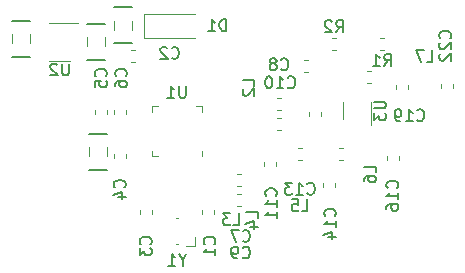
<source format=gbr>
%TF.GenerationSoftware,KiCad,Pcbnew,6.0.10+dfsg-1~bpo11+1*%
%TF.CreationDate,2023-02-14T08:26:49+00:00*%
%TF.ProjectId,ISM02B,49534d30-3242-42e6-9b69-6361645f7063,REV*%
%TF.SameCoordinates,Original*%
%TF.FileFunction,Legend,Bot*%
%TF.FilePolarity,Positive*%
%FSLAX46Y46*%
G04 Gerber Fmt 4.6, Leading zero omitted, Abs format (unit mm)*
G04 Created by KiCad (PCBNEW 6.0.10+dfsg-1~bpo11+1) date 2023-02-14 08:26:49*
%MOMM*%
%LPD*%
G01*
G04 APERTURE LIST*
%ADD10C,0.150000*%
%ADD11C,0.120000*%
G04 APERTURE END LIST*
D10*
%TO.C,C19*%
X170187857Y-116689142D02*
X170235476Y-116736761D01*
X170378333Y-116784380D01*
X170473571Y-116784380D01*
X170616428Y-116736761D01*
X170711666Y-116641523D01*
X170759285Y-116546285D01*
X170806904Y-116355809D01*
X170806904Y-116212952D01*
X170759285Y-116022476D01*
X170711666Y-115927238D01*
X170616428Y-115832000D01*
X170473571Y-115784380D01*
X170378333Y-115784380D01*
X170235476Y-115832000D01*
X170187857Y-115879619D01*
X169235476Y-116784380D02*
X169806904Y-116784380D01*
X169521190Y-116784380D02*
X169521190Y-115784380D01*
X169616428Y-115927238D01*
X169711666Y-116022476D01*
X169806904Y-116070095D01*
X168759285Y-116784380D02*
X168568809Y-116784380D01*
X168473571Y-116736761D01*
X168425952Y-116689142D01*
X168330714Y-116546285D01*
X168283095Y-116355809D01*
X168283095Y-115974857D01*
X168330714Y-115879619D01*
X168378333Y-115832000D01*
X168473571Y-115784380D01*
X168664047Y-115784380D01*
X168759285Y-115832000D01*
X168806904Y-115879619D01*
X168854523Y-115974857D01*
X168854523Y-116212952D01*
X168806904Y-116308190D01*
X168759285Y-116355809D01*
X168664047Y-116403428D01*
X168473571Y-116403428D01*
X168378333Y-116355809D01*
X168330714Y-116308190D01*
X168283095Y-116212952D01*
%TO.C,C22*%
X172977142Y-109749142D02*
X173024761Y-109701523D01*
X173072380Y-109558666D01*
X173072380Y-109463428D01*
X173024761Y-109320571D01*
X172929523Y-109225333D01*
X172834285Y-109177714D01*
X172643809Y-109130095D01*
X172500952Y-109130095D01*
X172310476Y-109177714D01*
X172215238Y-109225333D01*
X172120000Y-109320571D01*
X172072380Y-109463428D01*
X172072380Y-109558666D01*
X172120000Y-109701523D01*
X172167619Y-109749142D01*
X172167619Y-110130095D02*
X172120000Y-110177714D01*
X172072380Y-110272952D01*
X172072380Y-110511047D01*
X172120000Y-110606285D01*
X172167619Y-110653904D01*
X172262857Y-110701523D01*
X172358095Y-110701523D01*
X172500952Y-110653904D01*
X173072380Y-110082476D01*
X173072380Y-110701523D01*
X172167619Y-111082476D02*
X172120000Y-111130095D01*
X172072380Y-111225333D01*
X172072380Y-111463428D01*
X172120000Y-111558666D01*
X172167619Y-111606285D01*
X172262857Y-111653904D01*
X172358095Y-111653904D01*
X172500952Y-111606285D01*
X173072380Y-111034857D01*
X173072380Y-111653904D01*
%TO.C,C4*%
X145415142Y-122379333D02*
X145462761Y-122331714D01*
X145510380Y-122188857D01*
X145510380Y-122093619D01*
X145462761Y-121950761D01*
X145367523Y-121855523D01*
X145272285Y-121807904D01*
X145081809Y-121760285D01*
X144938952Y-121760285D01*
X144748476Y-121807904D01*
X144653238Y-121855523D01*
X144558000Y-121950761D01*
X144510380Y-122093619D01*
X144510380Y-122188857D01*
X144558000Y-122331714D01*
X144605619Y-122379333D01*
X144843714Y-123236476D02*
X145510380Y-123236476D01*
X144462761Y-122998380D02*
X145177047Y-122760285D01*
X145177047Y-123379333D01*
%TO.C,C5*%
X143815142Y-112979333D02*
X143862761Y-112931714D01*
X143910380Y-112788857D01*
X143910380Y-112693619D01*
X143862761Y-112550761D01*
X143767523Y-112455523D01*
X143672285Y-112407904D01*
X143481809Y-112360285D01*
X143338952Y-112360285D01*
X143148476Y-112407904D01*
X143053238Y-112455523D01*
X142958000Y-112550761D01*
X142910380Y-112693619D01*
X142910380Y-112788857D01*
X142958000Y-112931714D01*
X143005619Y-112979333D01*
X142910380Y-113884095D02*
X142910380Y-113407904D01*
X143386571Y-113360285D01*
X143338952Y-113407904D01*
X143291333Y-113503142D01*
X143291333Y-113741238D01*
X143338952Y-113836476D01*
X143386571Y-113884095D01*
X143481809Y-113931714D01*
X143719904Y-113931714D01*
X143815142Y-113884095D01*
X143862761Y-113836476D01*
X143910380Y-113741238D01*
X143910380Y-113503142D01*
X143862761Y-113407904D01*
X143815142Y-113360285D01*
%TO.C,C1*%
X153015142Y-127193333D02*
X153062761Y-127145714D01*
X153110380Y-127002857D01*
X153110380Y-126907619D01*
X153062761Y-126764761D01*
X152967523Y-126669523D01*
X152872285Y-126621904D01*
X152681809Y-126574285D01*
X152538952Y-126574285D01*
X152348476Y-126621904D01*
X152253238Y-126669523D01*
X152158000Y-126764761D01*
X152110380Y-126907619D01*
X152110380Y-127002857D01*
X152158000Y-127145714D01*
X152205619Y-127193333D01*
X153110380Y-128145714D02*
X153110380Y-127574285D01*
X153110380Y-127860000D02*
X152110380Y-127860000D01*
X152253238Y-127764761D01*
X152348476Y-127669523D01*
X152396095Y-127574285D01*
%TO.C,C3*%
X147615142Y-127193333D02*
X147662761Y-127145714D01*
X147710380Y-127002857D01*
X147710380Y-126907619D01*
X147662761Y-126764761D01*
X147567523Y-126669523D01*
X147472285Y-126621904D01*
X147281809Y-126574285D01*
X147138952Y-126574285D01*
X146948476Y-126621904D01*
X146853238Y-126669523D01*
X146758000Y-126764761D01*
X146710380Y-126907619D01*
X146710380Y-127002857D01*
X146758000Y-127145714D01*
X146805619Y-127193333D01*
X146710380Y-127526666D02*
X146710380Y-128145714D01*
X147091333Y-127812380D01*
X147091333Y-127955238D01*
X147138952Y-128050476D01*
X147186571Y-128098095D01*
X147281809Y-128145714D01*
X147519904Y-128145714D01*
X147615142Y-128098095D01*
X147662761Y-128050476D01*
X147710380Y-127955238D01*
X147710380Y-127669523D01*
X147662761Y-127574285D01*
X147615142Y-127526666D01*
%TO.C,C10*%
X159252857Y-113903142D02*
X159300476Y-113950761D01*
X159443333Y-113998380D01*
X159538571Y-113998380D01*
X159681428Y-113950761D01*
X159776666Y-113855523D01*
X159824285Y-113760285D01*
X159871904Y-113569809D01*
X159871904Y-113426952D01*
X159824285Y-113236476D01*
X159776666Y-113141238D01*
X159681428Y-113046000D01*
X159538571Y-112998380D01*
X159443333Y-112998380D01*
X159300476Y-113046000D01*
X159252857Y-113093619D01*
X158300476Y-113998380D02*
X158871904Y-113998380D01*
X158586190Y-113998380D02*
X158586190Y-112998380D01*
X158681428Y-113141238D01*
X158776666Y-113236476D01*
X158871904Y-113284095D01*
X157681428Y-112998380D02*
X157586190Y-112998380D01*
X157490952Y-113046000D01*
X157443333Y-113093619D01*
X157395714Y-113188857D01*
X157348095Y-113379333D01*
X157348095Y-113617428D01*
X157395714Y-113807904D01*
X157443333Y-113903142D01*
X157490952Y-113950761D01*
X157586190Y-113998380D01*
X157681428Y-113998380D01*
X157776666Y-113950761D01*
X157824285Y-113903142D01*
X157871904Y-113807904D01*
X157919523Y-113617428D01*
X157919523Y-113379333D01*
X157871904Y-113188857D01*
X157824285Y-113093619D01*
X157776666Y-113046000D01*
X157681428Y-112998380D01*
%TO.C,C6*%
X145515142Y-112979333D02*
X145562761Y-112931714D01*
X145610380Y-112788857D01*
X145610380Y-112693619D01*
X145562761Y-112550761D01*
X145467523Y-112455523D01*
X145372285Y-112407904D01*
X145181809Y-112360285D01*
X145038952Y-112360285D01*
X144848476Y-112407904D01*
X144753238Y-112455523D01*
X144658000Y-112550761D01*
X144610380Y-112693619D01*
X144610380Y-112788857D01*
X144658000Y-112931714D01*
X144705619Y-112979333D01*
X144610380Y-113836476D02*
X144610380Y-113646000D01*
X144658000Y-113550761D01*
X144705619Y-113503142D01*
X144848476Y-113407904D01*
X145038952Y-113360285D01*
X145419904Y-113360285D01*
X145515142Y-113407904D01*
X145562761Y-113455523D01*
X145610380Y-113550761D01*
X145610380Y-113741238D01*
X145562761Y-113836476D01*
X145515142Y-113884095D01*
X145419904Y-113931714D01*
X145181809Y-113931714D01*
X145086571Y-113884095D01*
X145038952Y-113836476D01*
X144991333Y-113741238D01*
X144991333Y-113550761D01*
X145038952Y-113455523D01*
X145086571Y-113407904D01*
X145181809Y-113360285D01*
%TO.C,C8*%
X158676666Y-112373142D02*
X158724285Y-112420761D01*
X158867142Y-112468380D01*
X158962380Y-112468380D01*
X159105238Y-112420761D01*
X159200476Y-112325523D01*
X159248095Y-112230285D01*
X159295714Y-112039809D01*
X159295714Y-111896952D01*
X159248095Y-111706476D01*
X159200476Y-111611238D01*
X159105238Y-111516000D01*
X158962380Y-111468380D01*
X158867142Y-111468380D01*
X158724285Y-111516000D01*
X158676666Y-111563619D01*
X158105238Y-111896952D02*
X158200476Y-111849333D01*
X158248095Y-111801714D01*
X158295714Y-111706476D01*
X158295714Y-111658857D01*
X158248095Y-111563619D01*
X158200476Y-111516000D01*
X158105238Y-111468380D01*
X157914761Y-111468380D01*
X157819523Y-111516000D01*
X157771904Y-111563619D01*
X157724285Y-111658857D01*
X157724285Y-111706476D01*
X157771904Y-111801714D01*
X157819523Y-111849333D01*
X157914761Y-111896952D01*
X158105238Y-111896952D01*
X158200476Y-111944571D01*
X158248095Y-111992190D01*
X158295714Y-112087428D01*
X158295714Y-112277904D01*
X158248095Y-112373142D01*
X158200476Y-112420761D01*
X158105238Y-112468380D01*
X157914761Y-112468380D01*
X157819523Y-112420761D01*
X157771904Y-112373142D01*
X157724285Y-112277904D01*
X157724285Y-112087428D01*
X157771904Y-111992190D01*
X157819523Y-111944571D01*
X157914761Y-111896952D01*
%TO.C,Y1*%
X150334190Y-128536190D02*
X150334190Y-129012380D01*
X150667523Y-128012380D02*
X150334190Y-128536190D01*
X150000857Y-128012380D01*
X149143714Y-129012380D02*
X149715142Y-129012380D01*
X149429428Y-129012380D02*
X149429428Y-128012380D01*
X149524666Y-128155238D01*
X149619904Y-128250476D01*
X149715142Y-128298095D01*
%TO.C,U1*%
X150619904Y-113798380D02*
X150619904Y-114607904D01*
X150572285Y-114703142D01*
X150524666Y-114750761D01*
X150429428Y-114798380D01*
X150238952Y-114798380D01*
X150143714Y-114750761D01*
X150096095Y-114703142D01*
X150048476Y-114607904D01*
X150048476Y-113798380D01*
X149048476Y-114798380D02*
X149619904Y-114798380D01*
X149334190Y-114798380D02*
X149334190Y-113798380D01*
X149429428Y-113941238D01*
X149524666Y-114036476D01*
X149619904Y-114084095D01*
%TO.C,R1*%
X167400166Y-112118380D02*
X167733500Y-111642190D01*
X167971595Y-112118380D02*
X167971595Y-111118380D01*
X167590642Y-111118380D01*
X167495404Y-111166000D01*
X167447785Y-111213619D01*
X167400166Y-111308857D01*
X167400166Y-111451714D01*
X167447785Y-111546952D01*
X167495404Y-111594571D01*
X167590642Y-111642190D01*
X167971595Y-111642190D01*
X166447785Y-112118380D02*
X167019214Y-112118380D01*
X166733500Y-112118380D02*
X166733500Y-111118380D01*
X166828738Y-111261238D01*
X166923976Y-111356476D01*
X167019214Y-111404095D01*
%TO.C,L2*%
X156422380Y-113779333D02*
X156422380Y-113303142D01*
X155422380Y-113303142D01*
X155517619Y-114065047D02*
X155470000Y-114112666D01*
X155422380Y-114207904D01*
X155422380Y-114446000D01*
X155470000Y-114541238D01*
X155517619Y-114588857D01*
X155612857Y-114636476D01*
X155708095Y-114636476D01*
X155850952Y-114588857D01*
X156422380Y-114017428D01*
X156422380Y-114636476D01*
%TO.C,L7*%
X171016266Y-111782380D02*
X171492457Y-111782380D01*
X171492457Y-110782380D01*
X170778171Y-110782380D02*
X170111504Y-110782380D01*
X170540076Y-111782380D01*
%TO.C,L4*%
X156710380Y-124979333D02*
X156710380Y-124503142D01*
X155710380Y-124503142D01*
X156043714Y-125741238D02*
X156710380Y-125741238D01*
X155662761Y-125503142D02*
X156377047Y-125265047D01*
X156377047Y-125884095D01*
%TO.C,L6*%
X166695380Y-121118333D02*
X166695380Y-120642142D01*
X165695380Y-120642142D01*
X165695380Y-121880238D02*
X165695380Y-121689761D01*
X165743000Y-121594523D01*
X165790619Y-121546904D01*
X165933476Y-121451666D01*
X166123952Y-121404047D01*
X166504904Y-121404047D01*
X166600142Y-121451666D01*
X166647761Y-121499285D01*
X166695380Y-121594523D01*
X166695380Y-121785000D01*
X166647761Y-121880238D01*
X166600142Y-121927857D01*
X166504904Y-121975476D01*
X166266809Y-121975476D01*
X166171571Y-121927857D01*
X166123952Y-121880238D01*
X166076333Y-121785000D01*
X166076333Y-121594523D01*
X166123952Y-121499285D01*
X166171571Y-121451666D01*
X166266809Y-121404047D01*
%TO.C,L5*%
X160424666Y-124398380D02*
X160900857Y-124398380D01*
X160900857Y-123398380D01*
X159615142Y-123398380D02*
X160091333Y-123398380D01*
X160138952Y-123874571D01*
X160091333Y-123826952D01*
X159996095Y-123779333D01*
X159758000Y-123779333D01*
X159662761Y-123826952D01*
X159615142Y-123874571D01*
X159567523Y-123969809D01*
X159567523Y-124207904D01*
X159615142Y-124303142D01*
X159662761Y-124350761D01*
X159758000Y-124398380D01*
X159996095Y-124398380D01*
X160091333Y-124350761D01*
X160138952Y-124303142D01*
%TO.C,C13*%
X160900857Y-122903142D02*
X160948476Y-122950761D01*
X161091333Y-122998380D01*
X161186571Y-122998380D01*
X161329428Y-122950761D01*
X161424666Y-122855523D01*
X161472285Y-122760285D01*
X161519904Y-122569809D01*
X161519904Y-122426952D01*
X161472285Y-122236476D01*
X161424666Y-122141238D01*
X161329428Y-122046000D01*
X161186571Y-121998380D01*
X161091333Y-121998380D01*
X160948476Y-122046000D01*
X160900857Y-122093619D01*
X159948476Y-122998380D02*
X160519904Y-122998380D01*
X160234190Y-122998380D02*
X160234190Y-121998380D01*
X160329428Y-122141238D01*
X160424666Y-122236476D01*
X160519904Y-122284095D01*
X159615142Y-121998380D02*
X158996095Y-121998380D01*
X159329428Y-122379333D01*
X159186571Y-122379333D01*
X159091333Y-122426952D01*
X159043714Y-122474571D01*
X158996095Y-122569809D01*
X158996095Y-122807904D01*
X159043714Y-122903142D01*
X159091333Y-122950761D01*
X159186571Y-122998380D01*
X159472285Y-122998380D01*
X159567523Y-122950761D01*
X159615142Y-122903142D01*
%TO.C,C16*%
X168505142Y-122445142D02*
X168552761Y-122397523D01*
X168600380Y-122254666D01*
X168600380Y-122159428D01*
X168552761Y-122016571D01*
X168457523Y-121921333D01*
X168362285Y-121873714D01*
X168171809Y-121826095D01*
X168028952Y-121826095D01*
X167838476Y-121873714D01*
X167743238Y-121921333D01*
X167648000Y-122016571D01*
X167600380Y-122159428D01*
X167600380Y-122254666D01*
X167648000Y-122397523D01*
X167695619Y-122445142D01*
X168600380Y-123397523D02*
X168600380Y-122826095D01*
X168600380Y-123111809D02*
X167600380Y-123111809D01*
X167743238Y-123016571D01*
X167838476Y-122921333D01*
X167886095Y-122826095D01*
X167600380Y-124254666D02*
X167600380Y-124064190D01*
X167648000Y-123968952D01*
X167695619Y-123921333D01*
X167838476Y-123826095D01*
X168028952Y-123778476D01*
X168409904Y-123778476D01*
X168505142Y-123826095D01*
X168552761Y-123873714D01*
X168600380Y-123968952D01*
X168600380Y-124159428D01*
X168552761Y-124254666D01*
X168505142Y-124302285D01*
X168409904Y-124349904D01*
X168171809Y-124349904D01*
X168076571Y-124302285D01*
X168028952Y-124254666D01*
X167981333Y-124159428D01*
X167981333Y-123968952D01*
X168028952Y-123873714D01*
X168076571Y-123826095D01*
X168171809Y-123778476D01*
%TO.C,C14*%
X163215142Y-124817142D02*
X163262761Y-124769523D01*
X163310380Y-124626666D01*
X163310380Y-124531428D01*
X163262761Y-124388571D01*
X163167523Y-124293333D01*
X163072285Y-124245714D01*
X162881809Y-124198095D01*
X162738952Y-124198095D01*
X162548476Y-124245714D01*
X162453238Y-124293333D01*
X162358000Y-124388571D01*
X162310380Y-124531428D01*
X162310380Y-124626666D01*
X162358000Y-124769523D01*
X162405619Y-124817142D01*
X163310380Y-125769523D02*
X163310380Y-125198095D01*
X163310380Y-125483809D02*
X162310380Y-125483809D01*
X162453238Y-125388571D01*
X162548476Y-125293333D01*
X162596095Y-125198095D01*
X162643714Y-126626666D02*
X163310380Y-126626666D01*
X162262761Y-126388571D02*
X162977047Y-126150476D01*
X162977047Y-126769523D01*
%TO.C,C11*%
X158215142Y-123103142D02*
X158262761Y-123055523D01*
X158310380Y-122912666D01*
X158310380Y-122817428D01*
X158262761Y-122674571D01*
X158167523Y-122579333D01*
X158072285Y-122531714D01*
X157881809Y-122484095D01*
X157738952Y-122484095D01*
X157548476Y-122531714D01*
X157453238Y-122579333D01*
X157358000Y-122674571D01*
X157310380Y-122817428D01*
X157310380Y-122912666D01*
X157358000Y-123055523D01*
X157405619Y-123103142D01*
X158310380Y-124055523D02*
X158310380Y-123484095D01*
X158310380Y-123769809D02*
X157310380Y-123769809D01*
X157453238Y-123674571D01*
X157548476Y-123579333D01*
X157596095Y-123484095D01*
X158310380Y-125007904D02*
X158310380Y-124436476D01*
X158310380Y-124722190D02*
X157310380Y-124722190D01*
X157453238Y-124626952D01*
X157548476Y-124531714D01*
X157596095Y-124436476D01*
%TO.C,C9*%
X155424666Y-128303142D02*
X155472285Y-128350761D01*
X155615142Y-128398380D01*
X155710380Y-128398380D01*
X155853238Y-128350761D01*
X155948476Y-128255523D01*
X155996095Y-128160285D01*
X156043714Y-127969809D01*
X156043714Y-127826952D01*
X155996095Y-127636476D01*
X155948476Y-127541238D01*
X155853238Y-127446000D01*
X155710380Y-127398380D01*
X155615142Y-127398380D01*
X155472285Y-127446000D01*
X155424666Y-127493619D01*
X154948476Y-128398380D02*
X154758000Y-128398380D01*
X154662761Y-128350761D01*
X154615142Y-128303142D01*
X154519904Y-128160285D01*
X154472285Y-127969809D01*
X154472285Y-127588857D01*
X154519904Y-127493619D01*
X154567523Y-127446000D01*
X154662761Y-127398380D01*
X154853238Y-127398380D01*
X154948476Y-127446000D01*
X154996095Y-127493619D01*
X155043714Y-127588857D01*
X155043714Y-127826952D01*
X154996095Y-127922190D01*
X154948476Y-127969809D01*
X154853238Y-128017428D01*
X154662761Y-128017428D01*
X154567523Y-127969809D01*
X154519904Y-127922190D01*
X154472285Y-127826952D01*
%TO.C,C7*%
X155424666Y-126903142D02*
X155472285Y-126950761D01*
X155615142Y-126998380D01*
X155710380Y-126998380D01*
X155853238Y-126950761D01*
X155948476Y-126855523D01*
X155996095Y-126760285D01*
X156043714Y-126569809D01*
X156043714Y-126426952D01*
X155996095Y-126236476D01*
X155948476Y-126141238D01*
X155853238Y-126046000D01*
X155710380Y-125998380D01*
X155615142Y-125998380D01*
X155472285Y-126046000D01*
X155424666Y-126093619D01*
X155091333Y-125998380D02*
X154424666Y-125998380D01*
X154853238Y-126998380D01*
%TO.C,L3*%
X154624666Y-125598380D02*
X155100857Y-125598380D01*
X155100857Y-124598380D01*
X154386571Y-124598380D02*
X153767523Y-124598380D01*
X154100857Y-124979333D01*
X153958000Y-124979333D01*
X153862761Y-125026952D01*
X153815142Y-125074571D01*
X153767523Y-125169809D01*
X153767523Y-125407904D01*
X153815142Y-125503142D01*
X153862761Y-125550761D01*
X153958000Y-125598380D01*
X154243714Y-125598380D01*
X154338952Y-125550761D01*
X154386571Y-125503142D01*
%TO.C,C2*%
X149404666Y-111409142D02*
X149452285Y-111456761D01*
X149595142Y-111504380D01*
X149690380Y-111504380D01*
X149833238Y-111456761D01*
X149928476Y-111361523D01*
X149976095Y-111266285D01*
X150023714Y-111075809D01*
X150023714Y-110932952D01*
X149976095Y-110742476D01*
X149928476Y-110647238D01*
X149833238Y-110552000D01*
X149690380Y-110504380D01*
X149595142Y-110504380D01*
X149452285Y-110552000D01*
X149404666Y-110599619D01*
X149023714Y-110599619D02*
X148976095Y-110552000D01*
X148880857Y-110504380D01*
X148642761Y-110504380D01*
X148547523Y-110552000D01*
X148499904Y-110599619D01*
X148452285Y-110694857D01*
X148452285Y-110790095D01*
X148499904Y-110932952D01*
X149071333Y-111504380D01*
X148452285Y-111504380D01*
%TO.C,D1*%
X154027095Y-109164380D02*
X154027095Y-108164380D01*
X153789000Y-108164380D01*
X153646142Y-108212000D01*
X153550904Y-108307238D01*
X153503285Y-108402476D01*
X153455666Y-108592952D01*
X153455666Y-108735809D01*
X153503285Y-108926285D01*
X153550904Y-109021523D01*
X153646142Y-109116761D01*
X153789000Y-109164380D01*
X154027095Y-109164380D01*
X152503285Y-109164380D02*
X153074714Y-109164380D01*
X152789000Y-109164380D02*
X152789000Y-108164380D01*
X152884238Y-108307238D01*
X152979476Y-108402476D01*
X153074714Y-108450095D01*
%TO.C,U2*%
X140699904Y-111904380D02*
X140699904Y-112713904D01*
X140652285Y-112809142D01*
X140604666Y-112856761D01*
X140509428Y-112904380D01*
X140318952Y-112904380D01*
X140223714Y-112856761D01*
X140176095Y-112809142D01*
X140128476Y-112713904D01*
X140128476Y-111904380D01*
X139699904Y-111999619D02*
X139652285Y-111952000D01*
X139557047Y-111904380D01*
X139318952Y-111904380D01*
X139223714Y-111952000D01*
X139176095Y-111999619D01*
X139128476Y-112094857D01*
X139128476Y-112190095D01*
X139176095Y-112332952D01*
X139747523Y-112904380D01*
X139128476Y-112904380D01*
%TO.C,U3*%
X166552380Y-115124095D02*
X167361904Y-115124095D01*
X167457142Y-115171714D01*
X167504761Y-115219333D01*
X167552380Y-115314571D01*
X167552380Y-115505047D01*
X167504761Y-115600285D01*
X167457142Y-115647904D01*
X167361904Y-115695523D01*
X166552380Y-115695523D01*
X166552380Y-116076476D02*
X166552380Y-116695523D01*
X166933333Y-116362190D01*
X166933333Y-116505047D01*
X166980952Y-116600285D01*
X167028571Y-116647904D01*
X167123809Y-116695523D01*
X167361904Y-116695523D01*
X167457142Y-116647904D01*
X167504761Y-116600285D01*
X167552380Y-116505047D01*
X167552380Y-116219333D01*
X167504761Y-116124095D01*
X167457142Y-116076476D01*
%TO.C,R2*%
X163336166Y-109258380D02*
X163669500Y-108782190D01*
X163907595Y-109258380D02*
X163907595Y-108258380D01*
X163526642Y-108258380D01*
X163431404Y-108306000D01*
X163383785Y-108353619D01*
X163336166Y-108448857D01*
X163336166Y-108591714D01*
X163383785Y-108686952D01*
X163431404Y-108734571D01*
X163526642Y-108782190D01*
X163907595Y-108782190D01*
X162955214Y-108353619D02*
X162907595Y-108306000D01*
X162812357Y-108258380D01*
X162574261Y-108258380D01*
X162479023Y-108306000D01*
X162431404Y-108353619D01*
X162383785Y-108448857D01*
X162383785Y-108544095D01*
X162431404Y-108686952D01*
X163002833Y-109258380D01*
X162383785Y-109258380D01*
D11*
%TO.C,C19*%
X168439600Y-114101267D02*
X168439600Y-113758733D01*
X169459600Y-114101267D02*
X169459600Y-113758733D01*
%TO.C,C18*%
X160967267Y-112651000D02*
X160624733Y-112651000D01*
X160967267Y-111631000D02*
X160624733Y-111631000D01*
%TO.C,C12*%
X162068000Y-116317267D02*
X162068000Y-115974733D01*
X161048000Y-116317267D02*
X161048000Y-115974733D01*
%TO.C,C22*%
X172210000Y-113963267D02*
X172210000Y-113620733D01*
X173230000Y-113963267D02*
X173230000Y-113620733D01*
%TO.C,C4*%
X144548000Y-119917267D02*
X144548000Y-119574733D01*
X145568000Y-119917267D02*
X145568000Y-119574733D01*
%TO.C,C5*%
X142948000Y-116217267D02*
X142948000Y-115874733D01*
X143968000Y-116217267D02*
X143968000Y-115874733D01*
%TO.C,C1*%
X152968000Y-124631267D02*
X152968000Y-124288733D01*
X151948000Y-124631267D02*
X151948000Y-124288733D01*
%TO.C,C3*%
X147768000Y-124631267D02*
X147768000Y-124288733D01*
X146748000Y-124631267D02*
X146748000Y-124288733D01*
%TO.C,C10*%
X158681267Y-116536000D02*
X158338733Y-116536000D01*
X158681267Y-117556000D02*
X158338733Y-117556000D01*
%TO.C,C6*%
X145568000Y-116217267D02*
X145568000Y-115874733D01*
X144548000Y-116217267D02*
X144548000Y-115874733D01*
%TO.C,C8*%
X158338733Y-114806000D02*
X158681267Y-114806000D01*
X158338733Y-115826000D02*
X158681267Y-115826000D01*
%TO.C,Y1*%
X151398000Y-126560000D02*
X151398000Y-127350000D01*
X149968000Y-127170000D02*
X149748000Y-127170000D01*
X150608000Y-127350000D02*
X151398000Y-127350000D01*
X149968000Y-124950000D02*
X149748000Y-124950000D01*
%TO.C,U1*%
X151968000Y-116011000D02*
X151968000Y-115536000D01*
X151968000Y-119281000D02*
X151968000Y-119756000D01*
X147748000Y-116011000D02*
X147748000Y-115536000D01*
X147748000Y-115536000D02*
X148223000Y-115536000D01*
X151968000Y-115536000D02*
X151493000Y-115536000D01*
X147748000Y-119281000D02*
X147748000Y-119756000D01*
X147748000Y-119756000D02*
X148223000Y-119756000D01*
%TO.C,R1*%
X167070721Y-109726000D02*
X167396279Y-109726000D01*
X167070721Y-110746000D02*
X167396279Y-110746000D01*
%TO.C,L1*%
X142396000Y-119761000D02*
X142396000Y-118999000D01*
D10*
X143920000Y-117856000D02*
X142396000Y-117856000D01*
X142396000Y-120904000D02*
X143920000Y-120904000D01*
D11*
X143920000Y-119761000D02*
X143920000Y-118999000D01*
%TO.C,C13*%
X160429267Y-120056000D02*
X160086733Y-120056000D01*
X160429267Y-119036000D02*
X160086733Y-119036000D01*
%TO.C,C16*%
X167638000Y-119716733D02*
X167638000Y-120059267D01*
X168658000Y-119716733D02*
X168658000Y-120059267D01*
%TO.C,C17*%
X166275867Y-112520000D02*
X165933333Y-112520000D01*
X166275867Y-113540000D02*
X165933333Y-113540000D01*
%TO.C,C14*%
X162248000Y-121988733D02*
X162248000Y-122331267D01*
X163268000Y-121988733D02*
X163268000Y-122331267D01*
%TO.C,C11*%
X158268000Y-120274733D02*
X158268000Y-120617267D01*
X157248000Y-120274733D02*
X157248000Y-120617267D01*
%TO.C,C15*%
X163911067Y-119022400D02*
X163568533Y-119022400D01*
X163911067Y-120042400D02*
X163568533Y-120042400D01*
%TO.C,C9*%
X155304267Y-121236000D02*
X154961733Y-121236000D01*
X155304267Y-122256000D02*
X154961733Y-122256000D01*
%TO.C,C7*%
X155304267Y-122936000D02*
X154961733Y-122936000D01*
X155304267Y-123956000D02*
X154961733Y-123956000D01*
%TO.C,C2*%
X145966733Y-111762000D02*
X146309267Y-111762000D01*
X145966733Y-110742000D02*
X146309267Y-110742000D01*
%TO.C,D1*%
X147084000Y-107712000D02*
X151384000Y-107712000D01*
X147084000Y-109712000D02*
X147084000Y-107712000D01*
X151384000Y-109712000D02*
X147084000Y-109712000D01*
%TO.C,U2*%
X140838000Y-111662000D02*
X139038000Y-111662000D01*
X139038000Y-108442000D02*
X141488000Y-108442000D01*
%TO.C,C24*%
X137414000Y-110172500D02*
X137414000Y-109410500D01*
D10*
X137414000Y-108267500D02*
X135890000Y-108267500D01*
X135890000Y-111315500D02*
X137414000Y-111315500D01*
D11*
X135890000Y-110172500D02*
X135890000Y-109410500D01*
%TO.C,C21*%
X142276000Y-109671000D02*
X142276000Y-110433000D01*
D10*
X143800000Y-108528000D02*
X142276000Y-108528000D01*
X142276000Y-111576000D02*
X143800000Y-111576000D01*
D11*
X143800000Y-109671000D02*
X143800000Y-110433000D01*
%TO.C,C25*%
X146050000Y-109029500D02*
X146050000Y-108267500D01*
X144526000Y-109029500D02*
X144526000Y-108267500D01*
D10*
X146050000Y-107124500D02*
X144526000Y-107124500D01*
X144526000Y-110172500D02*
X146050000Y-110172500D01*
D11*
%TO.C,U3*%
X166260000Y-115186000D02*
X166260000Y-117086000D01*
X163940000Y-116586000D02*
X163940000Y-115186000D01*
%TO.C,R2*%
X163332279Y-109726000D02*
X163006721Y-109726000D01*
X163332279Y-110746000D02*
X163006721Y-110746000D01*
%TD*%
M02*

</source>
